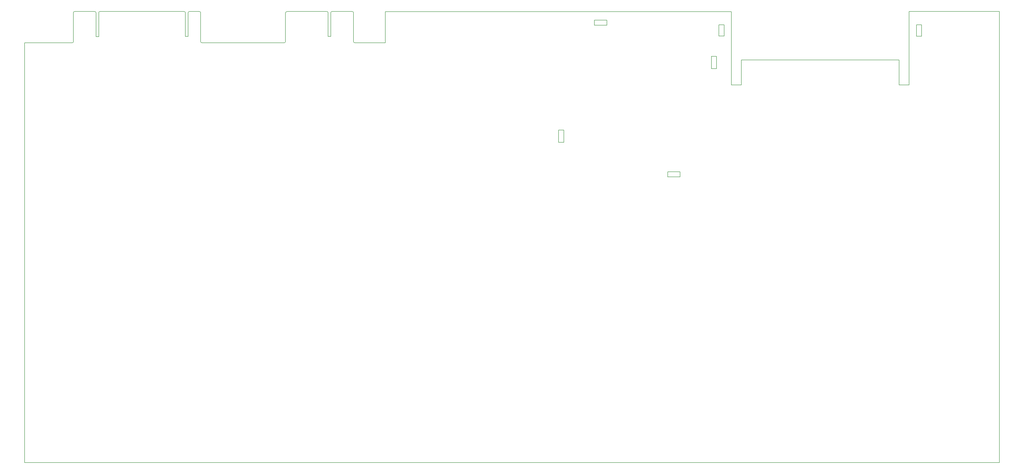
<source format=gbr>
G04 #@! TF.GenerationSoftware,KiCad,Pcbnew,(5.0.2)-1*
G04 #@! TF.CreationDate,2019-01-22T20:15:23+01:00*
G04 #@! TF.ProjectId,C64,4336342e-6b69-4636-9164-5f7063625858,rev?*
G04 #@! TF.SameCoordinates,Original*
G04 #@! TF.FileFunction,Profile,NP*
%FSLAX46Y46*%
G04 Gerber Fmt 4.6, Leading zero omitted, Abs format (unit mm)*
G04 Created by KiCad (PCBNEW (5.0.2)-1) date 22-01-2019 20:15:23*
%MOMM*%
%LPD*%
G01*
G04 APERTURE LIST*
%ADD10C,0.150000*%
%ADD11C,0.200000*%
G04 APERTURE END LIST*
D10*
X45020480Y-44399200D02*
X78732900Y-44399200D01*
D11*
X271762220Y-108422440D02*
X271762220Y-110477300D01*
X276738080Y-108422440D02*
X271762220Y-108422440D01*
X276738080Y-110474760D02*
X276738080Y-108422440D01*
X271752060Y-110474760D02*
X276738080Y-110474760D01*
X242497610Y-47832010D02*
X242497610Y-49886870D01*
X247473470Y-47832010D02*
X242497610Y-47832010D01*
X247473470Y-49884330D02*
X247473470Y-47832010D01*
X242487450Y-49884330D02*
X247473470Y-49884330D01*
X228234240Y-91742260D02*
X228234240Y-96728280D01*
X228234240Y-96728280D02*
X230286560Y-96728280D01*
X230286560Y-96728280D02*
X230286560Y-91752420D01*
X230286560Y-91752420D02*
X228231700Y-91752420D01*
X291310060Y-62283340D02*
X289255200Y-62283340D01*
X291310060Y-67259200D02*
X291310060Y-62283340D01*
X289257740Y-67259200D02*
X291310060Y-67259200D01*
X289257740Y-62273180D02*
X289257740Y-67259200D01*
D10*
X118675930Y-56896000D02*
G75*
G03X119145830Y-56451500I12700J457200D01*
G01*
X146344450Y-56413400D02*
G75*
G03X146827050Y-56896000I482600J0D01*
G01*
X146344450Y-44907200D02*
X146344450Y-56413400D01*
X146344450Y-44907200D02*
G75*
G03X145836450Y-44399200I-508000J0D01*
G01*
X137743950Y-44399200D02*
X145836450Y-44399200D01*
X136148650Y-44767500D02*
X136148650Y-54394100D01*
X136148650Y-54394100D02*
X137248650Y-54394100D01*
X137248650Y-54394100D02*
X137248650Y-44843700D01*
X137743950Y-44399200D02*
G75*
G03X137248650Y-44843700I-25400J-469900D01*
G01*
X136148650Y-44767500D02*
G75*
G03X135653350Y-44399200I-431800J-63500D01*
G01*
X119851950Y-44411900D02*
X135650650Y-44399200D01*
X119851950Y-44411900D02*
G75*
G03X119153450Y-44983400I-63500J-635000D01*
G01*
X119145830Y-56451500D02*
X119153450Y-44983400D01*
X85302800Y-56413400D02*
G75*
G03X85785400Y-56896000I482600J0D01*
G01*
X85302800Y-56413400D02*
X85302800Y-44869100D01*
X85302800Y-44869100D02*
G75*
G03X84832900Y-44399200I-469900J0D01*
G01*
X80785400Y-44399200D02*
X84832900Y-44399200D01*
X80785400Y-44399200D02*
G75*
G03X80302800Y-44831000I-25400J-457200D01*
G01*
X80302800Y-54394100D02*
X80302800Y-44831000D01*
X79202800Y-54394100D02*
X80302800Y-54394100D01*
X79202800Y-44869100D02*
X79202800Y-54394100D01*
X79202800Y-44869100D02*
G75*
G03X78732900Y-44399200I-469900J0D01*
G01*
X45020480Y-44399200D02*
G75*
G03X44601380Y-44843700I12700J-431800D01*
G01*
X44601380Y-54419500D02*
X44601380Y-44843700D01*
X43501380Y-54419500D02*
X44601380Y-54419500D01*
X43501380Y-44843700D02*
X43501380Y-54419500D01*
X43501380Y-44843700D02*
G75*
G03X43031480Y-44399200I-457200J-12700D01*
G01*
X34953500Y-44399200D02*
X43031480Y-44399200D01*
X34953500Y-44399200D02*
G75*
G03X34496300Y-44856400I0J-457200D01*
G01*
X34501380Y-56451500D02*
X34496300Y-44856400D01*
X34031480Y-56896000D02*
G75*
G03X34501380Y-56451500I12700J457200D01*
G01*
D11*
X371094000Y-49745900D02*
X371094000Y-49733200D01*
X373189500Y-49745900D02*
X371094000Y-49745900D01*
X373189500Y-54241700D02*
X373189500Y-49745900D01*
X371081300Y-54241700D02*
X373189500Y-54241700D01*
X371081300Y-49758600D02*
X371081300Y-54241700D01*
D10*
X294297100Y-54229000D02*
X294297100Y-49758600D01*
X292176200Y-54229000D02*
X294297100Y-54229000D01*
X292176200Y-49733200D02*
X292176200Y-54229000D01*
X294297100Y-49733200D02*
X292176200Y-49733200D01*
X368185700Y-73748900D02*
X368185700Y-44411900D01*
X364197900Y-73748900D02*
X368185700Y-73748900D01*
X364197900Y-63754000D02*
X364197900Y-73748900D01*
X301193200Y-63754000D02*
X364197900Y-63754000D01*
X301193200Y-73748900D02*
X301193200Y-63754000D01*
X297180000Y-73748900D02*
X301193200Y-73748900D01*
X297180000Y-44450000D02*
X297180000Y-73748900D01*
X404215480Y-44411900D02*
X368185700Y-44411900D01*
X34038100Y-56896000D02*
X14998820Y-56896000D01*
X118682550Y-56896000D02*
X85785400Y-56896000D01*
X159004000Y-56896000D02*
X146827050Y-56896000D01*
X159004000Y-44450000D02*
X159004000Y-56896000D01*
X297180000Y-44450000D02*
X159004000Y-44450000D01*
X15001360Y-224696200D02*
X404215480Y-224696200D01*
X404215480Y-224696200D02*
X404215480Y-44411900D01*
X14998820Y-56896000D02*
X14998820Y-224693660D01*
M02*

</source>
